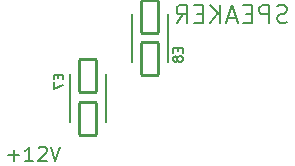
<source format=gbr>
G04 #@! TF.GenerationSoftware,KiCad,Pcbnew,8.0.2*
G04 #@! TF.CreationDate,2024-05-11T11:11:32-04:00*
G04 #@! TF.ProjectId,T41-2_Power,5434312d-325f-4506-9f77-65722e6b6963,rev?*
G04 #@! TF.SameCoordinates,Original*
G04 #@! TF.FileFunction,Legend,Bot*
G04 #@! TF.FilePolarity,Positive*
%FSLAX46Y46*%
G04 Gerber Fmt 4.6, Leading zero omitted, Abs format (unit mm)*
G04 Created by KiCad (PCBNEW 8.0.2) date 2024-05-11 11:11:32*
%MOMM*%
%LPD*%
G01*
G04 APERTURE LIST*
G04 Aperture macros list*
%AMRoundRect*
0 Rectangle with rounded corners*
0 $1 Rounding radius*
0 $2 $3 $4 $5 $6 $7 $8 $9 X,Y pos of 4 corners*
0 Add a 4 corners polygon primitive as box body*
4,1,4,$2,$3,$4,$5,$6,$7,$8,$9,$2,$3,0*
0 Add four circle primitives for the rounded corners*
1,1,$1+$1,$2,$3*
1,1,$1+$1,$4,$5*
1,1,$1+$1,$6,$7*
1,1,$1+$1,$8,$9*
0 Add four rect primitives between the rounded corners*
20,1,$1+$1,$2,$3,$4,$5,0*
20,1,$1+$1,$4,$5,$6,$7,0*
20,1,$1+$1,$6,$7,$8,$9,0*
20,1,$1+$1,$8,$9,$2,$3,0*%
G04 Aperture macros list end*
%ADD10C,0.200000*%
%ADD11C,0.150000*%
%ADD12C,0.127000*%
%ADD13RoundRect,0.102000X0.900000X0.900000X-0.900000X0.900000X-0.900000X-0.900000X0.900000X-0.900000X0*%
%ADD14C,2.004000*%
%ADD15R,2.400000X2.400000*%
%ADD16C,2.400000*%
%ADD17RoundRect,0.250000X-0.600000X-0.600000X0.600000X-0.600000X0.600000X0.600000X-0.600000X0.600000X0*%
%ADD18C,1.700000*%
%ADD19RoundRect,0.102000X0.735000X-1.385000X0.735000X1.385000X-0.735000X1.385000X-0.735000X-1.385000X0*%
%ADD20RoundRect,0.102000X-0.735000X1.385000X-0.735000X-1.385000X0.735000X-1.385000X0.735000X1.385000X0*%
G04 APERTURE END LIST*
D10*
X132382707Y-70884600D02*
X132168422Y-70956028D01*
X132168422Y-70956028D02*
X131811279Y-70956028D01*
X131811279Y-70956028D02*
X131668422Y-70884600D01*
X131668422Y-70884600D02*
X131596993Y-70813171D01*
X131596993Y-70813171D02*
X131525564Y-70670314D01*
X131525564Y-70670314D02*
X131525564Y-70527457D01*
X131525564Y-70527457D02*
X131596993Y-70384600D01*
X131596993Y-70384600D02*
X131668422Y-70313171D01*
X131668422Y-70313171D02*
X131811279Y-70241742D01*
X131811279Y-70241742D02*
X132096993Y-70170314D01*
X132096993Y-70170314D02*
X132239850Y-70098885D01*
X132239850Y-70098885D02*
X132311279Y-70027457D01*
X132311279Y-70027457D02*
X132382707Y-69884600D01*
X132382707Y-69884600D02*
X132382707Y-69741742D01*
X132382707Y-69741742D02*
X132311279Y-69598885D01*
X132311279Y-69598885D02*
X132239850Y-69527457D01*
X132239850Y-69527457D02*
X132096993Y-69456028D01*
X132096993Y-69456028D02*
X131739850Y-69456028D01*
X131739850Y-69456028D02*
X131525564Y-69527457D01*
X130882708Y-70956028D02*
X130882708Y-69456028D01*
X130882708Y-69456028D02*
X130311279Y-69456028D01*
X130311279Y-69456028D02*
X130168422Y-69527457D01*
X130168422Y-69527457D02*
X130096993Y-69598885D01*
X130096993Y-69598885D02*
X130025565Y-69741742D01*
X130025565Y-69741742D02*
X130025565Y-69956028D01*
X130025565Y-69956028D02*
X130096993Y-70098885D01*
X130096993Y-70098885D02*
X130168422Y-70170314D01*
X130168422Y-70170314D02*
X130311279Y-70241742D01*
X130311279Y-70241742D02*
X130882708Y-70241742D01*
X129382708Y-70170314D02*
X128882708Y-70170314D01*
X128668422Y-70956028D02*
X129382708Y-70956028D01*
X129382708Y-70956028D02*
X129382708Y-69456028D01*
X129382708Y-69456028D02*
X128668422Y-69456028D01*
X128096993Y-70527457D02*
X127382708Y-70527457D01*
X128239850Y-70956028D02*
X127739850Y-69456028D01*
X127739850Y-69456028D02*
X127239850Y-70956028D01*
X126739851Y-70956028D02*
X126739851Y-69456028D01*
X125882708Y-70956028D02*
X126525565Y-70098885D01*
X125882708Y-69456028D02*
X126739851Y-70313171D01*
X125239851Y-70170314D02*
X124739851Y-70170314D01*
X124525565Y-70956028D02*
X125239851Y-70956028D01*
X125239851Y-70956028D02*
X125239851Y-69456028D01*
X125239851Y-69456028D02*
X124525565Y-69456028D01*
X123025565Y-70956028D02*
X123525565Y-70241742D01*
X123882708Y-70956028D02*
X123882708Y-69456028D01*
X123882708Y-69456028D02*
X123311279Y-69456028D01*
X123311279Y-69456028D02*
X123168422Y-69527457D01*
X123168422Y-69527457D02*
X123096993Y-69598885D01*
X123096993Y-69598885D02*
X123025565Y-69741742D01*
X123025565Y-69741742D02*
X123025565Y-69956028D01*
X123025565Y-69956028D02*
X123096993Y-70098885D01*
X123096993Y-70098885D02*
X123168422Y-70170314D01*
X123168422Y-70170314D02*
X123311279Y-70241742D01*
X123311279Y-70241742D02*
X123882708Y-70241742D01*
X108767292Y-82185600D02*
X109681578Y-82185600D01*
X109224435Y-82642742D02*
X109224435Y-81728457D01*
X110881577Y-82642742D02*
X110195863Y-82642742D01*
X110538720Y-82642742D02*
X110538720Y-81442742D01*
X110538720Y-81442742D02*
X110424434Y-81614171D01*
X110424434Y-81614171D02*
X110310149Y-81728457D01*
X110310149Y-81728457D02*
X110195863Y-81785600D01*
X111338720Y-81557028D02*
X111395863Y-81499885D01*
X111395863Y-81499885D02*
X111510149Y-81442742D01*
X111510149Y-81442742D02*
X111795863Y-81442742D01*
X111795863Y-81442742D02*
X111910149Y-81499885D01*
X111910149Y-81499885D02*
X111967291Y-81557028D01*
X111967291Y-81557028D02*
X112024434Y-81671314D01*
X112024434Y-81671314D02*
X112024434Y-81785600D01*
X112024434Y-81785600D02*
X111967291Y-81957028D01*
X111967291Y-81957028D02*
X111281577Y-82642742D01*
X111281577Y-82642742D02*
X112024434Y-82642742D01*
X112367291Y-81442742D02*
X112767291Y-82642742D01*
X112767291Y-82642742D02*
X113167291Y-81442742D01*
D11*
X123124647Y-73090619D02*
X123124647Y-73357285D01*
X123543695Y-73471571D02*
X123543695Y-73090619D01*
X123543695Y-73090619D02*
X122743695Y-73090619D01*
X122743695Y-73090619D02*
X122743695Y-73471571D01*
X123086552Y-73928714D02*
X123048457Y-73852524D01*
X123048457Y-73852524D02*
X123010361Y-73814429D01*
X123010361Y-73814429D02*
X122934171Y-73776333D01*
X122934171Y-73776333D02*
X122896076Y-73776333D01*
X122896076Y-73776333D02*
X122819885Y-73814429D01*
X122819885Y-73814429D02*
X122781790Y-73852524D01*
X122781790Y-73852524D02*
X122743695Y-73928714D01*
X122743695Y-73928714D02*
X122743695Y-74081095D01*
X122743695Y-74081095D02*
X122781790Y-74157286D01*
X122781790Y-74157286D02*
X122819885Y-74195381D01*
X122819885Y-74195381D02*
X122896076Y-74233476D01*
X122896076Y-74233476D02*
X122934171Y-74233476D01*
X122934171Y-74233476D02*
X123010361Y-74195381D01*
X123010361Y-74195381D02*
X123048457Y-74157286D01*
X123048457Y-74157286D02*
X123086552Y-74081095D01*
X123086552Y-74081095D02*
X123086552Y-73928714D01*
X123086552Y-73928714D02*
X123124647Y-73852524D01*
X123124647Y-73852524D02*
X123162742Y-73814429D01*
X123162742Y-73814429D02*
X123238933Y-73776333D01*
X123238933Y-73776333D02*
X123391314Y-73776333D01*
X123391314Y-73776333D02*
X123467504Y-73814429D01*
X123467504Y-73814429D02*
X123505600Y-73852524D01*
X123505600Y-73852524D02*
X123543695Y-73928714D01*
X123543695Y-73928714D02*
X123543695Y-74081095D01*
X123543695Y-74081095D02*
X123505600Y-74157286D01*
X123505600Y-74157286D02*
X123467504Y-74195381D01*
X123467504Y-74195381D02*
X123391314Y-74233476D01*
X123391314Y-74233476D02*
X123238933Y-74233476D01*
X123238933Y-74233476D02*
X123162742Y-74195381D01*
X123162742Y-74195381D02*
X123124647Y-74157286D01*
X123124647Y-74157286D02*
X123086552Y-74081095D01*
X113011847Y-75344619D02*
X113011847Y-75611285D01*
X113430895Y-75725571D02*
X113430895Y-75344619D01*
X113430895Y-75344619D02*
X112630895Y-75344619D01*
X112630895Y-75344619D02*
X112630895Y-75725571D01*
X112630895Y-75992238D02*
X112630895Y-76525572D01*
X112630895Y-76525572D02*
X113430895Y-76182714D01*
D12*
X119225000Y-70220000D02*
X119225000Y-74280000D01*
X122275000Y-70220000D02*
X122275000Y-74280000D01*
X113975000Y-79320000D02*
X113975000Y-75260000D01*
X117025000Y-79320000D02*
X117025000Y-75260000D01*
%LPC*%
D13*
X138100000Y-102250000D03*
D14*
X135560000Y-102250000D03*
X133020000Y-102250000D03*
D13*
X141280000Y-112450000D03*
D14*
X138740000Y-112450000D03*
X136200000Y-112450000D03*
D15*
X106250000Y-70500000D03*
D16*
X106250000Y-75500000D03*
D17*
X104000000Y-97220000D03*
D18*
X106540000Y-97220000D03*
X104000000Y-99760000D03*
X106540000Y-99760000D03*
X104000000Y-102300000D03*
X106540000Y-102300000D03*
X104000000Y-104840000D03*
X106540000Y-104840000D03*
X104000000Y-107380000D03*
X106540000Y-107380000D03*
X104000000Y-109920000D03*
X106540000Y-109920000D03*
X104000000Y-112460000D03*
X106540000Y-112460000D03*
X104000000Y-115000000D03*
X106540000Y-115000000D03*
D15*
X106250000Y-82000000D03*
D16*
X106250000Y-87000000D03*
D15*
X163550000Y-91800000D03*
D16*
X163550000Y-86800000D03*
D19*
X120750000Y-74040000D03*
X120750000Y-70460000D03*
D20*
X115500000Y-75500000D03*
X115500000Y-79080000D03*
%LPD*%
M02*

</source>
